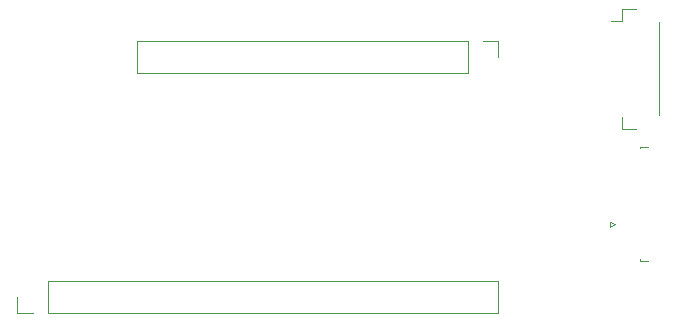
<source format=gbr>
%TF.GenerationSoftware,KiCad,Pcbnew,9.0.4*%
%TF.CreationDate,2025-11-17T08:26:25+00:00*%
%TF.ProjectId,MRF-Pro-v7.5,4d52462d-5072-46f2-9d76-372e352e6b69,rev?*%
%TF.SameCoordinates,Original*%
%TF.FileFunction,Legend,Top*%
%TF.FilePolarity,Positive*%
%FSLAX46Y46*%
G04 Gerber Fmt 4.6, Leading zero omitted, Abs format (unit mm)*
G04 Created by KiCad (PCBNEW 9.0.4) date 2025-11-17 08:26:25*
%MOMM*%
%LPD*%
G01*
G04 APERTURE LIST*
%ADD10C,0.120000*%
G04 APERTURE END LIST*
D10*
%TO.C,J2*%
X116780000Y-100270000D02*
X116780000Y-102930000D01*
X144780000Y-100270000D02*
X116780000Y-100270000D01*
X144780000Y-100270000D02*
X144780000Y-102930000D01*
X144780000Y-102930000D02*
X116780000Y-102930000D01*
X146050000Y-100270000D02*
X147380000Y-100270000D01*
X147380000Y-100270000D02*
X147380000Y-101600000D01*
%TO.C,J4*%
X157887800Y-97505400D02*
X157887800Y-98555400D01*
X157887800Y-98555400D02*
X156897800Y-98555400D01*
X157887800Y-107725400D02*
X157887800Y-106675400D01*
X159037800Y-97505400D02*
X157887800Y-97505400D01*
X159037800Y-107725400D02*
X157887800Y-107725400D01*
X161007800Y-98675400D02*
X161007800Y-106555400D01*
%TO.C,J1*%
X106620000Y-123250000D02*
X106620000Y-121920000D01*
X107950000Y-123250000D02*
X106620000Y-123250000D01*
X109220000Y-120590000D02*
X147380000Y-120590000D01*
X109220000Y-123250000D02*
X109220000Y-120590000D01*
X109220000Y-123250000D02*
X147380000Y-123250000D01*
X147380000Y-123250000D02*
X147380000Y-120590000D01*
%TO.C,J3*%
X156834000Y-115561600D02*
X156834000Y-115961600D01*
X156834000Y-115961600D02*
X157234000Y-115761600D01*
X157234000Y-115761600D02*
X156834000Y-115561600D01*
X159424000Y-109186600D02*
X160024000Y-109186600D01*
X159424000Y-109296600D02*
X159424000Y-109186600D01*
X159424000Y-118726600D02*
X159424000Y-118836600D01*
X159424000Y-118836600D02*
X160024000Y-118836600D01*
%TD*%
M02*

</source>
